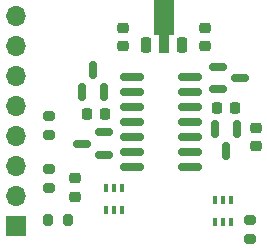
<source format=gbr>
%TF.GenerationSoftware,KiCad,Pcbnew,8.0.6-1.fc41*%
%TF.CreationDate,2024-11-10T15:40:55-05:00*%
%TF.ProjectId,Dead-Time-Insertion-PCB,44656164-2d54-4696-9d65-2d496e736572,rev?*%
%TF.SameCoordinates,Original*%
%TF.FileFunction,Soldermask,Top*%
%TF.FilePolarity,Negative*%
%FSLAX46Y46*%
G04 Gerber Fmt 4.6, Leading zero omitted, Abs format (unit mm)*
G04 Created by KiCad (PCBNEW 8.0.6-1.fc41) date 2024-11-10 15:40:55*
%MOMM*%
%LPD*%
G01*
G04 APERTURE LIST*
G04 Aperture macros list*
%AMRoundRect*
0 Rectangle with rounded corners*
0 $1 Rounding radius*
0 $2 $3 $4 $5 $6 $7 $8 $9 X,Y pos of 4 corners*
0 Add a 4 corners polygon primitive as box body*
4,1,4,$2,$3,$4,$5,$6,$7,$8,$9,$2,$3,0*
0 Add four circle primitives for the rounded corners*
1,1,$1+$1,$2,$3*
1,1,$1+$1,$4,$5*
1,1,$1+$1,$6,$7*
1,1,$1+$1,$8,$9*
0 Add four rect primitives between the rounded corners*
20,1,$1+$1,$2,$3,$4,$5,0*
20,1,$1+$1,$4,$5,$6,$7,0*
20,1,$1+$1,$6,$7,$8,$9,0*
20,1,$1+$1,$8,$9,$2,$3,0*%
%AMFreePoly0*
4,1,9,3.862500,-0.866500,0.737500,-0.866500,0.737500,-0.450000,-0.737500,-0.450000,-0.737500,0.450000,0.737500,0.450000,0.737500,0.866500,3.862500,0.866500,3.862500,-0.866500,3.862500,-0.866500,$1*%
G04 Aperture macros list end*
%ADD10RoundRect,0.100000X-0.100000X0.225000X-0.100000X-0.225000X0.100000X-0.225000X0.100000X0.225000X0*%
%ADD11RoundRect,0.225000X-0.225000X-0.250000X0.225000X-0.250000X0.225000X0.250000X-0.225000X0.250000X0*%
%ADD12R,1.700000X1.700000*%
%ADD13O,1.700000X1.700000*%
%ADD14RoundRect,0.200000X-0.275000X0.200000X-0.275000X-0.200000X0.275000X-0.200000X0.275000X0.200000X0*%
%ADD15RoundRect,0.150000X-0.150000X0.587500X-0.150000X-0.587500X0.150000X-0.587500X0.150000X0.587500X0*%
%ADD16RoundRect,0.225000X0.250000X-0.225000X0.250000X0.225000X-0.250000X0.225000X-0.250000X-0.225000X0*%
%ADD17RoundRect,0.200000X-0.200000X-0.275000X0.200000X-0.275000X0.200000X0.275000X-0.200000X0.275000X0*%
%ADD18RoundRect,0.150000X-0.825000X-0.150000X0.825000X-0.150000X0.825000X0.150000X-0.825000X0.150000X0*%
%ADD19RoundRect,0.150000X0.587500X0.150000X-0.587500X0.150000X-0.587500X-0.150000X0.587500X-0.150000X0*%
%ADD20RoundRect,0.225000X-0.250000X0.225000X-0.250000X-0.225000X0.250000X-0.225000X0.250000X0.225000X0*%
%ADD21RoundRect,0.225000X0.225000X0.250000X-0.225000X0.250000X-0.225000X-0.250000X0.225000X-0.250000X0*%
%ADD22RoundRect,0.225000X0.225000X-0.425000X0.225000X0.425000X-0.225000X0.425000X-0.225000X-0.425000X0*%
%ADD23FreePoly0,90.000000*%
%ADD24RoundRect,0.150000X0.150000X-0.587500X0.150000X0.587500X-0.150000X0.587500X-0.150000X-0.587500X0*%
%ADD25RoundRect,0.150000X-0.587500X-0.150000X0.587500X-0.150000X0.587500X0.150000X-0.587500X0.150000X0*%
%ADD26RoundRect,0.200000X0.275000X-0.200000X0.275000X0.200000X-0.275000X0.200000X-0.275000X-0.200000X0*%
G04 APERTURE END LIST*
D10*
%TO.C,Q2*%
X46150000Y-44050000D03*
X45500000Y-44050000D03*
X44850000Y-44050000D03*
X44850000Y-45950000D03*
X45500000Y-45950000D03*
X46150000Y-45950000D03*
%TD*%
D11*
%TO.C,C5*%
X33975000Y-36750000D03*
X35525000Y-36750000D03*
%TD*%
D12*
%TO.C,J1*%
X28000000Y-46275000D03*
D13*
X28000000Y-43735000D03*
X28000000Y-41195000D03*
X28000000Y-38655000D03*
X28000000Y-36115000D03*
X28000000Y-33575000D03*
X28000000Y-31035000D03*
X28000000Y-28495000D03*
%TD*%
D14*
%TO.C,R2*%
X30750000Y-41425000D03*
X30750000Y-43075000D03*
%TD*%
D15*
%TO.C,Q6*%
X46700000Y-38062500D03*
X44800000Y-38062500D03*
X45750000Y-39937500D03*
%TD*%
D16*
%TO.C,C4*%
X48250000Y-39525000D03*
X48250000Y-37975000D03*
%TD*%
D17*
%TO.C,R1*%
X30675000Y-45750000D03*
X32325000Y-45750000D03*
%TD*%
D16*
%TO.C,C3*%
X44000000Y-31025000D03*
X44000000Y-29475000D03*
%TD*%
D18*
%TO.C,U1*%
X37775000Y-33690000D03*
X37775000Y-34960000D03*
X37775000Y-36230000D03*
X37775000Y-37500000D03*
X37775000Y-38770000D03*
X37775000Y-40040000D03*
X37775000Y-41310000D03*
X42725000Y-41310000D03*
X42725000Y-40040000D03*
X42725000Y-38770000D03*
X42725000Y-37500000D03*
X42725000Y-36230000D03*
X42725000Y-34960000D03*
X42725000Y-33690000D03*
%TD*%
D19*
%TO.C,Q4*%
X35437500Y-40250000D03*
X35437500Y-38350000D03*
X33562500Y-39300000D03*
%TD*%
D20*
%TO.C,C6*%
X33000000Y-42225000D03*
X33000000Y-43775000D03*
%TD*%
D21*
%TO.C,C7*%
X46525000Y-36250000D03*
X44975000Y-36250000D03*
%TD*%
D22*
%TO.C,U2*%
X39000000Y-30950000D03*
D23*
X40500000Y-30862500D03*
D22*
X42000000Y-30950000D03*
%TD*%
D10*
%TO.C,Q1*%
X36900000Y-43050000D03*
X36250000Y-43050000D03*
X35600000Y-43050000D03*
X35600000Y-44950000D03*
X36250000Y-44950000D03*
X36900000Y-44950000D03*
%TD*%
D24*
%TO.C,Q5*%
X33550000Y-34937500D03*
X35450000Y-34937500D03*
X34500000Y-33062500D03*
%TD*%
D16*
%TO.C,C8*%
X37000000Y-31025000D03*
X37000000Y-29475000D03*
%TD*%
D14*
%TO.C,R4*%
X47750000Y-45750000D03*
X47750000Y-47400000D03*
%TD*%
D25*
%TO.C,Q7*%
X45062500Y-32800000D03*
X45062500Y-34700000D03*
X46937500Y-33750000D03*
%TD*%
D26*
%TO.C,R3*%
X30750000Y-38575000D03*
X30750000Y-36925000D03*
%TD*%
M02*

</source>
